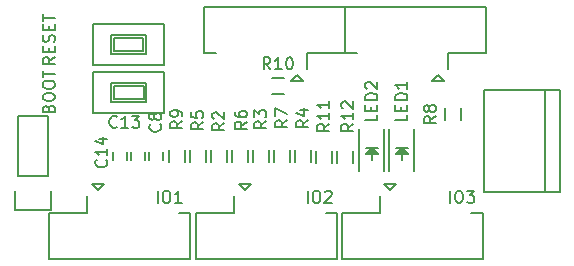
<source format=gbr>
G04 #@! TF.FileFunction,Legend,Top*
%FSLAX46Y46*%
G04 Gerber Fmt 4.6, Leading zero omitted, Abs format (unit mm)*
G04 Created by KiCad (PCBNEW 4.0.2+dfsg1-stable) date Wed 10 Aug 2016 05:05:02 PM CDT*
%MOMM*%
G01*
G04 APERTURE LIST*
%ADD10C,0.090000*%
%ADD11C,0.150000*%
G04 APERTURE END LIST*
D10*
D11*
X143602000Y-140940000D02*
X143602000Y-141640000D01*
X142402000Y-141640000D02*
X142402000Y-140940000D01*
X142078000Y-140940000D02*
X142078000Y-141640000D01*
X140878000Y-141640000D02*
X140878000Y-140940000D01*
X140554000Y-140940000D02*
X140554000Y-141640000D01*
X139354000Y-141640000D02*
X139354000Y-140940000D01*
X162780000Y-138969860D02*
X162780000Y-142569860D01*
X164880000Y-138969860D02*
X164880000Y-142569860D01*
X164130000Y-141019860D02*
X163530000Y-141019860D01*
X163530000Y-141019860D02*
X163830000Y-140719860D01*
X163830000Y-140719860D02*
X164030000Y-140919860D01*
X164030000Y-140919860D02*
X163780000Y-140919860D01*
X163780000Y-140919860D02*
X163830000Y-140869860D01*
X164330000Y-140619860D02*
X163330000Y-140619860D01*
X163830000Y-141119860D02*
X163830000Y-141619860D01*
X163830000Y-140619860D02*
X164330000Y-141119860D01*
X164330000Y-141119860D02*
X163330000Y-141119860D01*
X163330000Y-141119860D02*
X163830000Y-140619860D01*
X160240000Y-138969860D02*
X160240000Y-142569860D01*
X162340000Y-138969860D02*
X162340000Y-142569860D01*
X161590000Y-141019860D02*
X160990000Y-141019860D01*
X160990000Y-141019860D02*
X161290000Y-140719860D01*
X161290000Y-140719860D02*
X161490000Y-140919860D01*
X161490000Y-140919860D02*
X161240000Y-140919860D01*
X161240000Y-140919860D02*
X161290000Y-140869860D01*
X161790000Y-140619860D02*
X160790000Y-140619860D01*
X161290000Y-141119860D02*
X161290000Y-141619860D01*
X161290000Y-140619860D02*
X161790000Y-141119860D01*
X161790000Y-141119860D02*
X160790000Y-141119860D01*
X160790000Y-141119860D02*
X161290000Y-140619860D01*
X137179000Y-144682000D02*
X137179000Y-146082000D01*
X137179000Y-146082000D02*
X133979000Y-146082000D01*
X133979000Y-146082000D02*
X133979000Y-149982000D01*
X133979000Y-149982000D02*
X145929000Y-149982000D01*
X145929000Y-149982000D02*
X145929000Y-146082000D01*
X145929000Y-146082000D02*
X144929000Y-146082000D01*
X138079000Y-144182000D02*
X137579000Y-143682000D01*
X137579000Y-143682000D02*
X138579000Y-143682000D01*
X138579000Y-143682000D02*
X138079000Y-144182000D01*
X149625000Y-144682000D02*
X149625000Y-146082000D01*
X149625000Y-146082000D02*
X146425000Y-146082000D01*
X146425000Y-146082000D02*
X146425000Y-149982000D01*
X146425000Y-149982000D02*
X158375000Y-149982000D01*
X158375000Y-149982000D02*
X158375000Y-146082000D01*
X158375000Y-146082000D02*
X157375000Y-146082000D01*
X150525000Y-144182000D02*
X150025000Y-143682000D01*
X150025000Y-143682000D02*
X151025000Y-143682000D01*
X151025000Y-143682000D02*
X150525000Y-144182000D01*
X161954000Y-144682000D02*
X161954000Y-146082000D01*
X161954000Y-146082000D02*
X158754000Y-146082000D01*
X158754000Y-146082000D02*
X158754000Y-149982000D01*
X158754000Y-149982000D02*
X170704000Y-149982000D01*
X170704000Y-149982000D02*
X170704000Y-146082000D01*
X170704000Y-146082000D02*
X169704000Y-146082000D01*
X162854000Y-144182000D02*
X162354000Y-143682000D01*
X162354000Y-143682000D02*
X163354000Y-143682000D01*
X163354000Y-143682000D02*
X162854000Y-144182000D01*
X133858000Y-143002000D02*
X133858000Y-137922000D01*
X133858000Y-137922000D02*
X131318000Y-137922000D01*
X131318000Y-137922000D02*
X131318000Y-143002000D01*
X131038000Y-145822000D02*
X131038000Y-144272000D01*
X131318000Y-143002000D02*
X133858000Y-143002000D01*
X134138000Y-144272000D02*
X134138000Y-145822000D01*
X134138000Y-145822000D02*
X131038000Y-145822000D01*
X177178000Y-144360000D02*
X177178000Y-135660000D01*
X170773000Y-144360000D02*
X170773000Y-135660000D01*
X170773000Y-135660000D02*
X177178000Y-135660000D01*
X175948000Y-135660000D02*
X175948000Y-144360000D01*
X177178000Y-144360000D02*
X170773000Y-144360000D01*
X167768000Y-133956000D02*
X167768000Y-132556000D01*
X167768000Y-132556000D02*
X170968000Y-132556000D01*
X170968000Y-132556000D02*
X170968000Y-128656000D01*
X170968000Y-128656000D02*
X159018000Y-128656000D01*
X159018000Y-128656000D02*
X159018000Y-132556000D01*
X159018000Y-132556000D02*
X160018000Y-132556000D01*
X166868000Y-134456000D02*
X167368000Y-134956000D01*
X167368000Y-134956000D02*
X166368000Y-134956000D01*
X166368000Y-134956000D02*
X166868000Y-134456000D01*
X155830000Y-133956000D02*
X155830000Y-132556000D01*
X155830000Y-132556000D02*
X159030000Y-132556000D01*
X159030000Y-132556000D02*
X159030000Y-128656000D01*
X159030000Y-128656000D02*
X147080000Y-128656000D01*
X147080000Y-128656000D02*
X147080000Y-132556000D01*
X147080000Y-132556000D02*
X148080000Y-132556000D01*
X154930000Y-134456000D02*
X155430000Y-134956000D01*
X155430000Y-134956000D02*
X154430000Y-134956000D01*
X154430000Y-134956000D02*
X154930000Y-134456000D01*
X147661000Y-141808000D02*
X147661000Y-140808000D01*
X149011000Y-140808000D02*
X149011000Y-141808000D01*
X151217000Y-141808000D02*
X151217000Y-140808000D01*
X152567000Y-140808000D02*
X152567000Y-141808000D01*
X154773000Y-141808000D02*
X154773000Y-140808000D01*
X156123000Y-140808000D02*
X156123000Y-141808000D01*
X145883000Y-141808000D02*
X145883000Y-140808000D01*
X147233000Y-140808000D02*
X147233000Y-141808000D01*
X149439000Y-141808000D02*
X149439000Y-140808000D01*
X150789000Y-140808000D02*
X150789000Y-141808000D01*
X152995000Y-141808000D02*
X152995000Y-140808000D01*
X154345000Y-140808000D02*
X154345000Y-141808000D01*
X168823000Y-137252000D02*
X168823000Y-138252000D01*
X167473000Y-138252000D02*
X167473000Y-137252000D01*
X144105000Y-141808000D02*
X144105000Y-140808000D01*
X145455000Y-140808000D02*
X145455000Y-141808000D01*
X153832000Y-136057000D02*
X152832000Y-136057000D01*
X152832000Y-134707000D02*
X153832000Y-134707000D01*
X157901000Y-140894000D02*
X157901000Y-141894000D01*
X156551000Y-141894000D02*
X156551000Y-140894000D01*
X159679000Y-140894000D02*
X159679000Y-141894000D01*
X158329000Y-141894000D02*
X158329000Y-140894000D01*
X139445680Y-131275780D02*
X141945680Y-131275780D01*
X141945680Y-131275780D02*
X141945680Y-132375780D01*
X141945680Y-132375780D02*
X139445680Y-132375780D01*
X139445680Y-132375780D02*
X139445680Y-131275780D01*
X139195680Y-132625780D02*
X142195680Y-132625780D01*
X139195680Y-131025780D02*
X142195680Y-131025780D01*
X142195680Y-131025780D02*
X142195680Y-132625780D01*
X139195680Y-131025780D02*
X139195680Y-132625780D01*
X137695680Y-133575780D02*
X143695680Y-133575780D01*
X137695680Y-130075780D02*
X143695680Y-130075780D01*
X137695680Y-130075780D02*
X137695680Y-133575780D01*
X143695680Y-130075780D02*
X143695680Y-133575780D01*
X141955890Y-136440220D02*
X139455890Y-136440220D01*
X139455890Y-136440220D02*
X139455890Y-135340220D01*
X139455890Y-135340220D02*
X141955890Y-135340220D01*
X141955890Y-135340220D02*
X141955890Y-136440220D01*
X142205890Y-135090220D02*
X139205890Y-135090220D01*
X142205890Y-136690220D02*
X139205890Y-136690220D01*
X139205890Y-136690220D02*
X139205890Y-135090220D01*
X142205890Y-136690220D02*
X142205890Y-135090220D01*
X143705890Y-134140220D02*
X137705890Y-134140220D01*
X143705890Y-137640220D02*
X137705890Y-137640220D01*
X143705890Y-137640220D02*
X143705890Y-134140220D01*
X137705890Y-137640220D02*
X137705890Y-134140220D01*
X143359143Y-138596666D02*
X143406762Y-138644285D01*
X143454381Y-138787142D01*
X143454381Y-138882380D01*
X143406762Y-139025238D01*
X143311524Y-139120476D01*
X143216286Y-139168095D01*
X143025810Y-139215714D01*
X142882952Y-139215714D01*
X142692476Y-139168095D01*
X142597238Y-139120476D01*
X142502000Y-139025238D01*
X142454381Y-138882380D01*
X142454381Y-138787142D01*
X142502000Y-138644285D01*
X142549619Y-138596666D01*
X142882952Y-138025238D02*
X142835333Y-138120476D01*
X142787714Y-138168095D01*
X142692476Y-138215714D01*
X142644857Y-138215714D01*
X142549619Y-138168095D01*
X142502000Y-138120476D01*
X142454381Y-138025238D01*
X142454381Y-137834761D01*
X142502000Y-137739523D01*
X142549619Y-137691904D01*
X142644857Y-137644285D01*
X142692476Y-137644285D01*
X142787714Y-137691904D01*
X142835333Y-137739523D01*
X142882952Y-137834761D01*
X142882952Y-138025238D01*
X142930571Y-138120476D01*
X142978190Y-138168095D01*
X143073429Y-138215714D01*
X143263905Y-138215714D01*
X143359143Y-138168095D01*
X143406762Y-138120476D01*
X143454381Y-138025238D01*
X143454381Y-137834761D01*
X143406762Y-137739523D01*
X143359143Y-137691904D01*
X143263905Y-137644285D01*
X143073429Y-137644285D01*
X142978190Y-137691904D01*
X142930571Y-137739523D01*
X142882952Y-137834761D01*
X139692143Y-138787143D02*
X139644524Y-138834762D01*
X139501667Y-138882381D01*
X139406429Y-138882381D01*
X139263571Y-138834762D01*
X139168333Y-138739524D01*
X139120714Y-138644286D01*
X139073095Y-138453810D01*
X139073095Y-138310952D01*
X139120714Y-138120476D01*
X139168333Y-138025238D01*
X139263571Y-137930000D01*
X139406429Y-137882381D01*
X139501667Y-137882381D01*
X139644524Y-137930000D01*
X139692143Y-137977619D01*
X140644524Y-138882381D02*
X140073095Y-138882381D01*
X140358809Y-138882381D02*
X140358809Y-137882381D01*
X140263571Y-138025238D01*
X140168333Y-138120476D01*
X140073095Y-138168095D01*
X140977857Y-137882381D02*
X141596905Y-137882381D01*
X141263571Y-138263333D01*
X141406429Y-138263333D01*
X141501667Y-138310952D01*
X141549286Y-138358571D01*
X141596905Y-138453810D01*
X141596905Y-138691905D01*
X141549286Y-138787143D01*
X141501667Y-138834762D01*
X141406429Y-138882381D01*
X141120714Y-138882381D01*
X141025476Y-138834762D01*
X140977857Y-138787143D01*
X138787143Y-141612857D02*
X138834762Y-141660476D01*
X138882381Y-141803333D01*
X138882381Y-141898571D01*
X138834762Y-142041429D01*
X138739524Y-142136667D01*
X138644286Y-142184286D01*
X138453810Y-142231905D01*
X138310952Y-142231905D01*
X138120476Y-142184286D01*
X138025238Y-142136667D01*
X137930000Y-142041429D01*
X137882381Y-141898571D01*
X137882381Y-141803333D01*
X137930000Y-141660476D01*
X137977619Y-141612857D01*
X138882381Y-140660476D02*
X138882381Y-141231905D01*
X138882381Y-140946191D02*
X137882381Y-140946191D01*
X138025238Y-141041429D01*
X138120476Y-141136667D01*
X138168095Y-141231905D01*
X138215714Y-139803333D02*
X138882381Y-139803333D01*
X137834762Y-140041429D02*
X138549048Y-140279524D01*
X138549048Y-139660476D01*
X164282381Y-137771047D02*
X164282381Y-138247238D01*
X163282381Y-138247238D01*
X163758571Y-137437714D02*
X163758571Y-137104380D01*
X164282381Y-136961523D02*
X164282381Y-137437714D01*
X163282381Y-137437714D01*
X163282381Y-136961523D01*
X164282381Y-136532952D02*
X163282381Y-136532952D01*
X163282381Y-136294857D01*
X163330000Y-136151999D01*
X163425238Y-136056761D01*
X163520476Y-136009142D01*
X163710952Y-135961523D01*
X163853810Y-135961523D01*
X164044286Y-136009142D01*
X164139524Y-136056761D01*
X164234762Y-136151999D01*
X164282381Y-136294857D01*
X164282381Y-136532952D01*
X164282381Y-135009142D02*
X164282381Y-135580571D01*
X164282381Y-135294857D02*
X163282381Y-135294857D01*
X163425238Y-135390095D01*
X163520476Y-135485333D01*
X163568095Y-135580571D01*
X161742381Y-137771047D02*
X161742381Y-138247238D01*
X160742381Y-138247238D01*
X161218571Y-137437714D02*
X161218571Y-137104380D01*
X161742381Y-136961523D02*
X161742381Y-137437714D01*
X160742381Y-137437714D01*
X160742381Y-136961523D01*
X161742381Y-136532952D02*
X160742381Y-136532952D01*
X160742381Y-136294857D01*
X160790000Y-136151999D01*
X160885238Y-136056761D01*
X160980476Y-136009142D01*
X161170952Y-135961523D01*
X161313810Y-135961523D01*
X161504286Y-136009142D01*
X161599524Y-136056761D01*
X161694762Y-136151999D01*
X161742381Y-136294857D01*
X161742381Y-136532952D01*
X160837619Y-135580571D02*
X160790000Y-135532952D01*
X160742381Y-135437714D01*
X160742381Y-135199618D01*
X160790000Y-135104380D01*
X160837619Y-135056761D01*
X160932857Y-135009142D01*
X161028095Y-135009142D01*
X161170952Y-135056761D01*
X161742381Y-135628190D01*
X161742381Y-135009142D01*
X143145000Y-145232381D02*
X143145000Y-144232381D01*
X143811666Y-144232381D02*
X144002143Y-144232381D01*
X144097381Y-144280000D01*
X144192619Y-144375238D01*
X144240238Y-144565714D01*
X144240238Y-144899048D01*
X144192619Y-145089524D01*
X144097381Y-145184762D01*
X144002143Y-145232381D01*
X143811666Y-145232381D01*
X143716428Y-145184762D01*
X143621190Y-145089524D01*
X143573571Y-144899048D01*
X143573571Y-144565714D01*
X143621190Y-144375238D01*
X143716428Y-144280000D01*
X143811666Y-144232381D01*
X145192619Y-145232381D02*
X144621190Y-145232381D01*
X144906904Y-145232381D02*
X144906904Y-144232381D01*
X144811666Y-144375238D01*
X144716428Y-144470476D01*
X144621190Y-144518095D01*
X155845000Y-145232381D02*
X155845000Y-144232381D01*
X156511666Y-144232381D02*
X156702143Y-144232381D01*
X156797381Y-144280000D01*
X156892619Y-144375238D01*
X156940238Y-144565714D01*
X156940238Y-144899048D01*
X156892619Y-145089524D01*
X156797381Y-145184762D01*
X156702143Y-145232381D01*
X156511666Y-145232381D01*
X156416428Y-145184762D01*
X156321190Y-145089524D01*
X156273571Y-144899048D01*
X156273571Y-144565714D01*
X156321190Y-144375238D01*
X156416428Y-144280000D01*
X156511666Y-144232381D01*
X157321190Y-144327619D02*
X157368809Y-144280000D01*
X157464047Y-144232381D01*
X157702143Y-144232381D01*
X157797381Y-144280000D01*
X157845000Y-144327619D01*
X157892619Y-144422857D01*
X157892619Y-144518095D01*
X157845000Y-144660952D01*
X157273571Y-145232381D01*
X157892619Y-145232381D01*
X167910000Y-145232381D02*
X167910000Y-144232381D01*
X168576666Y-144232381D02*
X168767143Y-144232381D01*
X168862381Y-144280000D01*
X168957619Y-144375238D01*
X169005238Y-144565714D01*
X169005238Y-144899048D01*
X168957619Y-145089524D01*
X168862381Y-145184762D01*
X168767143Y-145232381D01*
X168576666Y-145232381D01*
X168481428Y-145184762D01*
X168386190Y-145089524D01*
X168338571Y-144899048D01*
X168338571Y-144565714D01*
X168386190Y-144375238D01*
X168481428Y-144280000D01*
X168576666Y-144232381D01*
X169338571Y-144232381D02*
X169957619Y-144232381D01*
X169624285Y-144613333D01*
X169767143Y-144613333D01*
X169862381Y-144660952D01*
X169910000Y-144708571D01*
X169957619Y-144803810D01*
X169957619Y-145041905D01*
X169910000Y-145137143D01*
X169862381Y-145184762D01*
X169767143Y-145232381D01*
X169481428Y-145232381D01*
X169386190Y-145184762D01*
X169338571Y-145137143D01*
X148788381Y-138510666D02*
X148312190Y-138844000D01*
X148788381Y-139082095D02*
X147788381Y-139082095D01*
X147788381Y-138701142D01*
X147836000Y-138605904D01*
X147883619Y-138558285D01*
X147978857Y-138510666D01*
X148121714Y-138510666D01*
X148216952Y-138558285D01*
X148264571Y-138605904D01*
X148312190Y-138701142D01*
X148312190Y-139082095D01*
X147883619Y-138129714D02*
X147836000Y-138082095D01*
X147788381Y-137986857D01*
X147788381Y-137748761D01*
X147836000Y-137653523D01*
X147883619Y-137605904D01*
X147978857Y-137558285D01*
X148074095Y-137558285D01*
X148216952Y-137605904D01*
X148788381Y-138177333D01*
X148788381Y-137558285D01*
X152344381Y-138342666D02*
X151868190Y-138676000D01*
X152344381Y-138914095D02*
X151344381Y-138914095D01*
X151344381Y-138533142D01*
X151392000Y-138437904D01*
X151439619Y-138390285D01*
X151534857Y-138342666D01*
X151677714Y-138342666D01*
X151772952Y-138390285D01*
X151820571Y-138437904D01*
X151868190Y-138533142D01*
X151868190Y-138914095D01*
X151344381Y-138009333D02*
X151344381Y-137390285D01*
X151725333Y-137723619D01*
X151725333Y-137580761D01*
X151772952Y-137485523D01*
X151820571Y-137437904D01*
X151915810Y-137390285D01*
X152153905Y-137390285D01*
X152249143Y-137437904D01*
X152296762Y-137485523D01*
X152344381Y-137580761D01*
X152344381Y-137866476D01*
X152296762Y-137961714D01*
X152249143Y-138009333D01*
X155900381Y-138256666D02*
X155424190Y-138590000D01*
X155900381Y-138828095D02*
X154900381Y-138828095D01*
X154900381Y-138447142D01*
X154948000Y-138351904D01*
X154995619Y-138304285D01*
X155090857Y-138256666D01*
X155233714Y-138256666D01*
X155328952Y-138304285D01*
X155376571Y-138351904D01*
X155424190Y-138447142D01*
X155424190Y-138828095D01*
X155233714Y-137399523D02*
X155900381Y-137399523D01*
X154852762Y-137637619D02*
X155567048Y-137875714D01*
X155567048Y-137256666D01*
X147010381Y-138426666D02*
X146534190Y-138760000D01*
X147010381Y-138998095D02*
X146010381Y-138998095D01*
X146010381Y-138617142D01*
X146058000Y-138521904D01*
X146105619Y-138474285D01*
X146200857Y-138426666D01*
X146343714Y-138426666D01*
X146438952Y-138474285D01*
X146486571Y-138521904D01*
X146534190Y-138617142D01*
X146534190Y-138998095D01*
X146010381Y-137521904D02*
X146010381Y-137998095D01*
X146486571Y-138045714D01*
X146438952Y-137998095D01*
X146391333Y-137902857D01*
X146391333Y-137664761D01*
X146438952Y-137569523D01*
X146486571Y-137521904D01*
X146581810Y-137474285D01*
X146819905Y-137474285D01*
X146915143Y-137521904D01*
X146962762Y-137569523D01*
X147010381Y-137664761D01*
X147010381Y-137902857D01*
X146962762Y-137998095D01*
X146915143Y-138045714D01*
X150693381Y-138383666D02*
X150217190Y-138717000D01*
X150693381Y-138955095D02*
X149693381Y-138955095D01*
X149693381Y-138574142D01*
X149741000Y-138478904D01*
X149788619Y-138431285D01*
X149883857Y-138383666D01*
X150026714Y-138383666D01*
X150121952Y-138431285D01*
X150169571Y-138478904D01*
X150217190Y-138574142D01*
X150217190Y-138955095D01*
X149693381Y-137526523D02*
X149693381Y-137717000D01*
X149741000Y-137812238D01*
X149788619Y-137859857D01*
X149931476Y-137955095D01*
X150121952Y-138002714D01*
X150502905Y-138002714D01*
X150598143Y-137955095D01*
X150645762Y-137907476D01*
X150693381Y-137812238D01*
X150693381Y-137621761D01*
X150645762Y-137526523D01*
X150598143Y-137478904D01*
X150502905Y-137431285D01*
X150264810Y-137431285D01*
X150169571Y-137478904D01*
X150121952Y-137526523D01*
X150074333Y-137621761D01*
X150074333Y-137812238D01*
X150121952Y-137907476D01*
X150169571Y-137955095D01*
X150264810Y-138002714D01*
X154122381Y-138256666D02*
X153646190Y-138590000D01*
X154122381Y-138828095D02*
X153122381Y-138828095D01*
X153122381Y-138447142D01*
X153170000Y-138351904D01*
X153217619Y-138304285D01*
X153312857Y-138256666D01*
X153455714Y-138256666D01*
X153550952Y-138304285D01*
X153598571Y-138351904D01*
X153646190Y-138447142D01*
X153646190Y-138828095D01*
X153122381Y-137923333D02*
X153122381Y-137256666D01*
X154122381Y-137685238D01*
X166700381Y-137918666D02*
X166224190Y-138252000D01*
X166700381Y-138490095D02*
X165700381Y-138490095D01*
X165700381Y-138109142D01*
X165748000Y-138013904D01*
X165795619Y-137966285D01*
X165890857Y-137918666D01*
X166033714Y-137918666D01*
X166128952Y-137966285D01*
X166176571Y-138013904D01*
X166224190Y-138109142D01*
X166224190Y-138490095D01*
X166128952Y-137347238D02*
X166081333Y-137442476D01*
X166033714Y-137490095D01*
X165938476Y-137537714D01*
X165890857Y-137537714D01*
X165795619Y-137490095D01*
X165748000Y-137442476D01*
X165700381Y-137347238D01*
X165700381Y-137156761D01*
X165748000Y-137061523D01*
X165795619Y-137013904D01*
X165890857Y-136966285D01*
X165938476Y-136966285D01*
X166033714Y-137013904D01*
X166081333Y-137061523D01*
X166128952Y-137156761D01*
X166128952Y-137347238D01*
X166176571Y-137442476D01*
X166224190Y-137490095D01*
X166319429Y-137537714D01*
X166509905Y-137537714D01*
X166605143Y-137490095D01*
X166652762Y-137442476D01*
X166700381Y-137347238D01*
X166700381Y-137156761D01*
X166652762Y-137061523D01*
X166605143Y-137013904D01*
X166509905Y-136966285D01*
X166319429Y-136966285D01*
X166224190Y-137013904D01*
X166176571Y-137061523D01*
X166128952Y-137156761D01*
X145232381Y-138342666D02*
X144756190Y-138676000D01*
X145232381Y-138914095D02*
X144232381Y-138914095D01*
X144232381Y-138533142D01*
X144280000Y-138437904D01*
X144327619Y-138390285D01*
X144422857Y-138342666D01*
X144565714Y-138342666D01*
X144660952Y-138390285D01*
X144708571Y-138437904D01*
X144756190Y-138533142D01*
X144756190Y-138914095D01*
X145232381Y-137866476D02*
X145232381Y-137676000D01*
X145184762Y-137580761D01*
X145137143Y-137533142D01*
X144994286Y-137437904D01*
X144803810Y-137390285D01*
X144422857Y-137390285D01*
X144327619Y-137437904D01*
X144280000Y-137485523D01*
X144232381Y-137580761D01*
X144232381Y-137771238D01*
X144280000Y-137866476D01*
X144327619Y-137914095D01*
X144422857Y-137961714D01*
X144660952Y-137961714D01*
X144756190Y-137914095D01*
X144803810Y-137866476D01*
X144851429Y-137771238D01*
X144851429Y-137580761D01*
X144803810Y-137485523D01*
X144756190Y-137437904D01*
X144660952Y-137390285D01*
X152689143Y-133934381D02*
X152355809Y-133458190D01*
X152117714Y-133934381D02*
X152117714Y-132934381D01*
X152498667Y-132934381D01*
X152593905Y-132982000D01*
X152641524Y-133029619D01*
X152689143Y-133124857D01*
X152689143Y-133267714D01*
X152641524Y-133362952D01*
X152593905Y-133410571D01*
X152498667Y-133458190D01*
X152117714Y-133458190D01*
X153641524Y-133934381D02*
X153070095Y-133934381D01*
X153355809Y-133934381D02*
X153355809Y-132934381D01*
X153260571Y-133077238D01*
X153165333Y-133172476D01*
X153070095Y-133220095D01*
X154260571Y-132934381D02*
X154355810Y-132934381D01*
X154451048Y-132982000D01*
X154498667Y-133029619D01*
X154546286Y-133124857D01*
X154593905Y-133315333D01*
X154593905Y-133553429D01*
X154546286Y-133743905D01*
X154498667Y-133839143D01*
X154451048Y-133886762D01*
X154355810Y-133934381D01*
X154260571Y-133934381D01*
X154165333Y-133886762D01*
X154117714Y-133839143D01*
X154070095Y-133743905D01*
X154022476Y-133553429D01*
X154022476Y-133315333D01*
X154070095Y-133124857D01*
X154117714Y-133029619D01*
X154165333Y-132982000D01*
X154260571Y-132934381D01*
X157678381Y-138564857D02*
X157202190Y-138898191D01*
X157678381Y-139136286D02*
X156678381Y-139136286D01*
X156678381Y-138755333D01*
X156726000Y-138660095D01*
X156773619Y-138612476D01*
X156868857Y-138564857D01*
X157011714Y-138564857D01*
X157106952Y-138612476D01*
X157154571Y-138660095D01*
X157202190Y-138755333D01*
X157202190Y-139136286D01*
X157678381Y-137612476D02*
X157678381Y-138183905D01*
X157678381Y-137898191D02*
X156678381Y-137898191D01*
X156821238Y-137993429D01*
X156916476Y-138088667D01*
X156964095Y-138183905D01*
X157678381Y-136660095D02*
X157678381Y-137231524D01*
X157678381Y-136945810D02*
X156678381Y-136945810D01*
X156821238Y-137041048D01*
X156916476Y-137136286D01*
X156964095Y-137231524D01*
X159710381Y-138564857D02*
X159234190Y-138898191D01*
X159710381Y-139136286D02*
X158710381Y-139136286D01*
X158710381Y-138755333D01*
X158758000Y-138660095D01*
X158805619Y-138612476D01*
X158900857Y-138564857D01*
X159043714Y-138564857D01*
X159138952Y-138612476D01*
X159186571Y-138660095D01*
X159234190Y-138755333D01*
X159234190Y-139136286D01*
X159710381Y-137612476D02*
X159710381Y-138183905D01*
X159710381Y-137898191D02*
X158710381Y-137898191D01*
X158853238Y-137993429D01*
X158948476Y-138088667D01*
X158996095Y-138183905D01*
X158805619Y-137231524D02*
X158758000Y-137183905D01*
X158710381Y-137088667D01*
X158710381Y-136850571D01*
X158758000Y-136755333D01*
X158805619Y-136707714D01*
X158900857Y-136660095D01*
X158996095Y-136660095D01*
X159138952Y-136707714D01*
X159710381Y-137279143D01*
X159710381Y-136660095D01*
X134437381Y-132897381D02*
X133961190Y-133230715D01*
X134437381Y-133468810D02*
X133437381Y-133468810D01*
X133437381Y-133087857D01*
X133485000Y-132992619D01*
X133532619Y-132945000D01*
X133627857Y-132897381D01*
X133770714Y-132897381D01*
X133865952Y-132945000D01*
X133913571Y-132992619D01*
X133961190Y-133087857D01*
X133961190Y-133468810D01*
X133913571Y-132468810D02*
X133913571Y-132135476D01*
X134437381Y-131992619D02*
X134437381Y-132468810D01*
X133437381Y-132468810D01*
X133437381Y-131992619D01*
X134389762Y-131611667D02*
X134437381Y-131468810D01*
X134437381Y-131230714D01*
X134389762Y-131135476D01*
X134342143Y-131087857D01*
X134246905Y-131040238D01*
X134151667Y-131040238D01*
X134056429Y-131087857D01*
X134008810Y-131135476D01*
X133961190Y-131230714D01*
X133913571Y-131421191D01*
X133865952Y-131516429D01*
X133818333Y-131564048D01*
X133723095Y-131611667D01*
X133627857Y-131611667D01*
X133532619Y-131564048D01*
X133485000Y-131516429D01*
X133437381Y-131421191D01*
X133437381Y-131183095D01*
X133485000Y-131040238D01*
X133913571Y-130611667D02*
X133913571Y-130278333D01*
X134437381Y-130135476D02*
X134437381Y-130611667D01*
X133437381Y-130611667D01*
X133437381Y-130135476D01*
X133437381Y-129849762D02*
X133437381Y-129278333D01*
X134437381Y-129564048D02*
X133437381Y-129564048D01*
X133913571Y-137247142D02*
X133961190Y-137104285D01*
X134008810Y-137056666D01*
X134104048Y-137009047D01*
X134246905Y-137009047D01*
X134342143Y-137056666D01*
X134389762Y-137104285D01*
X134437381Y-137199523D01*
X134437381Y-137580476D01*
X133437381Y-137580476D01*
X133437381Y-137247142D01*
X133485000Y-137151904D01*
X133532619Y-137104285D01*
X133627857Y-137056666D01*
X133723095Y-137056666D01*
X133818333Y-137104285D01*
X133865952Y-137151904D01*
X133913571Y-137247142D01*
X133913571Y-137580476D01*
X133437381Y-136390000D02*
X133437381Y-136199523D01*
X133485000Y-136104285D01*
X133580238Y-136009047D01*
X133770714Y-135961428D01*
X134104048Y-135961428D01*
X134294524Y-136009047D01*
X134389762Y-136104285D01*
X134437381Y-136199523D01*
X134437381Y-136390000D01*
X134389762Y-136485238D01*
X134294524Y-136580476D01*
X134104048Y-136628095D01*
X133770714Y-136628095D01*
X133580238Y-136580476D01*
X133485000Y-136485238D01*
X133437381Y-136390000D01*
X133437381Y-135342381D02*
X133437381Y-135151904D01*
X133485000Y-135056666D01*
X133580238Y-134961428D01*
X133770714Y-134913809D01*
X134104048Y-134913809D01*
X134294524Y-134961428D01*
X134389762Y-135056666D01*
X134437381Y-135151904D01*
X134437381Y-135342381D01*
X134389762Y-135437619D01*
X134294524Y-135532857D01*
X134104048Y-135580476D01*
X133770714Y-135580476D01*
X133580238Y-135532857D01*
X133485000Y-135437619D01*
X133437381Y-135342381D01*
X133437381Y-134628095D02*
X133437381Y-134056666D01*
X134437381Y-134342381D02*
X133437381Y-134342381D01*
M02*

</source>
